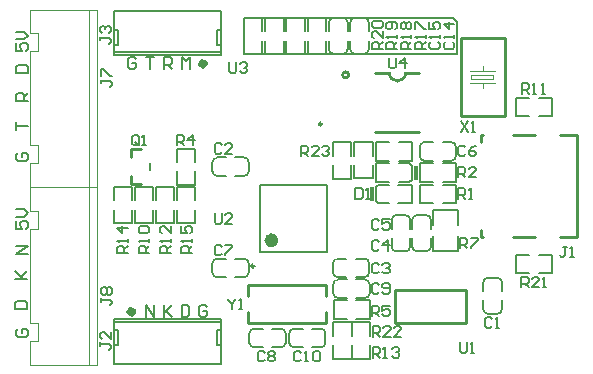
<source format=gto>
G04*
G04 #@! TF.GenerationSoftware,Altium Limited,Altium Designer,19.0.4 (130)*
G04*
G04 Layer_Color=65535*
%FSLAX25Y25*%
%MOIN*%
G70*
G01*
G75*
%ADD10C,0.02362*%
%ADD11C,0.00787*%
%ADD12C,0.00984*%
%ADD13C,0.01000*%
%ADD14C,0.00394*%
%ADD15C,0.00800*%
%ADD16C,0.00591*%
%ADD17R,0.01181X0.04724*%
D10*
X51935Y17520D02*
G03*
X51935Y17520I-557J0D01*
G01*
X75754Y100197D02*
G03*
X75754Y100197I-557J0D01*
G01*
X99244Y41307D02*
G03*
X99244Y41307I-1181J0D01*
G01*
D11*
X130799Y26701D02*
G03*
X129224Y28276I-1575J0D01*
G01*
X129224Y22055D02*
G03*
X130799Y23630I-0J1575D01*
G01*
X118713Y23630D02*
G03*
X120287Y22055I1575J0D01*
G01*
Y28276D02*
G03*
X118713Y26701I0J-1575D01*
G01*
X105563Y11854D02*
G03*
X103988Y10279I0J-1575D01*
G01*
Y7209D02*
G03*
X105563Y5634I1575J0D01*
G01*
X114500Y5634D02*
G03*
X116075Y7209I-0J1575D01*
G01*
X116075Y10279D02*
G03*
X114500Y11854I-1575J0D01*
G01*
X88933Y62748D02*
G03*
X90508Y64323I-0J1575D01*
G01*
Y67394D02*
G03*
X88933Y68968I-1575J0D01*
G01*
X79996Y68968D02*
G03*
X78421Y67394I0J-1575D01*
G01*
X78421Y64323D02*
G03*
X79996Y62748I1575J0D01*
G01*
X130665Y33661D02*
G03*
X129091Y35236I-1575J0D01*
G01*
X129091Y29016D02*
G03*
X130665Y30591I-0J1575D01*
G01*
X118579Y30591D02*
G03*
X120153Y29016I1575J-0D01*
G01*
Y35236D02*
G03*
X118579Y33661I0J-1575D01*
G01*
X151260Y48130D02*
G03*
X149685Y49705I-1575J-0D01*
G01*
X146614D02*
G03*
X145039Y48130I0J-1575D01*
G01*
X145039Y39193D02*
G03*
X146614Y37618I1575J0D01*
G01*
X149685Y37618D02*
G03*
X151260Y39193I0J1575D01*
G01*
X101248Y5634D02*
G03*
X102823Y7209I-0J1575D01*
G01*
Y10279D02*
G03*
X101248Y11854I-1575J0D01*
G01*
X92311Y11854D02*
G03*
X90736Y10279I0J-1575D01*
G01*
X90736Y7209D02*
G03*
X92311Y5634I1575J0D01*
G01*
X173346Y16791D02*
G03*
X174921Y18366I0J1575D01*
G01*
X168701Y18366D02*
G03*
X170276Y16791I1575J0D01*
G01*
X170276Y28878D02*
G03*
X168701Y27303I0J-1575D01*
G01*
X174921D02*
G03*
X173346Y28878I-1575J-0D01*
G01*
X130543Y113965D02*
G03*
X128969Y115539I-1575J-0D01*
G01*
X125898D02*
G03*
X124323Y113965I0J-1575D01*
G01*
X124323Y105027D02*
G03*
X125898Y103453I1575J0D01*
G01*
X128968Y103453D02*
G03*
X130543Y105027I0J1575D01*
G01*
X149067Y74055D02*
G03*
X147492Y72480I0J-1575D01*
G01*
Y69409D02*
G03*
X149067Y67835I1575J0D01*
G01*
X158004Y67835D02*
G03*
X159579Y69409I-0J1575D01*
G01*
X159579Y72480D02*
G03*
X158004Y74055I-1575J0D01*
G01*
X88933Y29016D02*
G03*
X90508Y30591I-0J1575D01*
G01*
Y33661D02*
G03*
X88933Y35236I-1575J0D01*
G01*
X79996Y35236D02*
G03*
X78421Y33661I0J-1575D01*
G01*
X78421Y30591D02*
G03*
X79996Y29016I1575J0D01*
G01*
X142756Y37618D02*
G03*
X144331Y39193I0J1575D01*
G01*
X138110Y39193D02*
G03*
X139685Y37618I1575J0D01*
G01*
X139685Y49705D02*
G03*
X138110Y48130I0J-1575D01*
G01*
X144331D02*
G03*
X142756Y49705I-1575J-0D01*
G01*
X123439Y113965D02*
G03*
X121864Y115539I-1575J-0D01*
G01*
X118793D02*
G03*
X117218Y113965I0J-1575D01*
G01*
X117218Y105027D02*
G03*
X118793Y103453I1575J0D01*
G01*
X121864Y103453D02*
G03*
X123439Y105027I0J1575D01*
G01*
X120287Y28276D02*
X123181D01*
X130799Y23630D02*
Y26701D01*
X118713Y23630D02*
Y26701D01*
X126331Y28276D02*
X129224D01*
X126331Y22055D02*
X129224D01*
X120287Y22055D02*
X123181D01*
X105563Y5634D02*
X108457D01*
X111606Y5634D02*
X114500D01*
X111606Y11854D02*
X114500D01*
X103988Y7209D02*
Y10279D01*
X116075Y7209D02*
Y10279D01*
X105563Y11854D02*
X108457D01*
X65735Y54599D02*
Y59067D01*
Y46980D02*
Y51449D01*
X59514Y54599D02*
Y59067D01*
Y46980D02*
X65735D01*
X59514Y59067D02*
X65735D01*
X59514Y46980D02*
Y51449D01*
X57488Y64693D02*
Y67055D01*
X86039Y68968D02*
X88933D01*
X79996Y68968D02*
X82890D01*
X79996Y62748D02*
X82890D01*
X90508Y64323D02*
Y67394D01*
X78421Y64323D02*
Y67394D01*
X86039Y62748D02*
X88933D01*
X116567Y37370D02*
Y59811D01*
X94126Y37370D02*
Y59811D01*
X116567D01*
X94126Y37370D02*
X116567D01*
X52497Y46980D02*
Y51449D01*
Y54598D02*
Y59067D01*
X58718Y46980D02*
Y51449D01*
X52497Y59067D02*
X58718D01*
X52497Y46980D02*
X58718D01*
Y54598D02*
Y59067D01*
X72752Y54599D02*
Y59067D01*
Y46980D02*
Y51449D01*
X66531Y54599D02*
Y59067D01*
Y46980D02*
X72752D01*
X66531Y59067D02*
X72752D01*
X66531Y46980D02*
Y51449D01*
X72716Y67449D02*
Y71917D01*
Y59831D02*
Y64299D01*
X66496Y67449D02*
Y71917D01*
Y59831D02*
X72716D01*
X66496Y71917D02*
X72716D01*
X66496Y59831D02*
Y64299D01*
X118433Y61916D02*
Y66384D01*
Y74002D02*
X124653D01*
X118433Y61916D02*
X124653D01*
X118433Y69534D02*
Y74002D01*
X124653Y61916D02*
Y66384D01*
Y69534D02*
Y74002D01*
X124858Y1854D02*
Y6323D01*
Y13941D02*
X131079D01*
X124858Y1854D02*
X131079D01*
X124858Y9472D02*
Y13941D01*
X131079Y1854D02*
Y6323D01*
Y9472D02*
Y13941D01*
X124921Y9472D02*
Y13941D01*
X118701Y1854D02*
X124921D01*
X118701Y13941D02*
X124921D01*
Y1854D02*
Y6323D01*
X118701Y9472D02*
Y13941D01*
Y1854D02*
Y6323D01*
X88819Y103484D02*
X160094D01*
Y114040D01*
X158563Y115571D02*
X160094Y114040D01*
X88819Y115571D02*
X152051D01*
X88819Y103484D02*
Y115571D01*
X150713D02*
X158563D01*
X120153Y35236D02*
X123047D01*
X130665Y30591D02*
Y33661D01*
X118579Y30591D02*
Y33661D01*
X126197Y35236D02*
X129091D01*
X126197Y29016D02*
X129091D01*
X120153Y29016D02*
X123047D01*
X145039Y45236D02*
Y48130D01*
X145039Y39193D02*
Y42087D01*
X151260Y39193D02*
Y42087D01*
X146614Y49705D02*
X149685D01*
X146614Y37618D02*
X149685D01*
X151260Y45236D02*
Y48130D01*
X132933Y66992D02*
X137402D01*
X140551D02*
X144095D01*
X132933Y60772D02*
X137402D01*
X144882Y61532D02*
Y66232D01*
X132933Y60772D02*
Y66992D01*
X140551Y60772D02*
X144095D01*
X144882Y61532D01*
X144095Y66992D02*
X144882Y66232D01*
X103009Y103453D02*
Y107921D01*
Y111071D02*
Y115539D01*
X109229Y103453D02*
Y107921D01*
X103009Y115539D02*
X109229D01*
X103009Y103453D02*
X109229D01*
Y111071D02*
Y115539D01*
X98354Y11854D02*
X101248D01*
X92311Y11854D02*
X95205D01*
X92311Y5634D02*
X95205D01*
X102823Y7209D02*
Y10279D01*
X90736Y7209D02*
Y10279D01*
X98354Y5634D02*
X101248D01*
X174921Y24409D02*
Y27303D01*
X170276Y16791D02*
X173346D01*
X170276Y28878D02*
X173346D01*
X174921Y18366D02*
Y21260D01*
X168701Y18366D02*
Y21260D01*
X168701Y24409D02*
Y27303D01*
X187236Y82693D02*
X191705D01*
X179618D02*
X184087D01*
X187236Y88913D02*
X191705D01*
X179618Y82693D02*
Y88913D01*
X191705Y82693D02*
Y88913D01*
X179618D02*
X184087D01*
X179618Y36575D02*
X184087D01*
X191705Y30354D02*
Y36575D01*
X179618Y30354D02*
Y36575D01*
X187236D02*
X191705D01*
X179618Y30354D02*
X184087D01*
X187236D02*
X191705D01*
X131882Y69587D02*
Y74055D01*
X125662Y61968D02*
X131882D01*
X125662Y74055D02*
X131882D01*
Y61968D02*
Y66437D01*
X125662Y69587D02*
Y74055D01*
Y61968D02*
Y66437D01*
X88799Y103453D02*
Y107921D01*
Y115539D02*
X95020D01*
X88799Y103453D02*
X95020D01*
X88799Y111071D02*
Y115539D01*
X95020Y103453D02*
Y107921D01*
Y111071D02*
Y115539D01*
X95904Y103453D02*
Y107921D01*
Y111071D02*
Y115539D01*
X102124Y103453D02*
Y107921D01*
X95904Y115539D02*
X102124D01*
X95904Y103453D02*
X102124D01*
Y111071D02*
Y115539D01*
X124323Y111071D02*
Y113965D01*
X124323Y105027D02*
Y107921D01*
X130543Y105027D02*
Y107921D01*
X125898Y115539D02*
X128968D01*
X125898Y103453D02*
X128968D01*
X130543Y111071D02*
Y113965D01*
X116334Y111071D02*
Y115539D01*
X110113Y103453D02*
X116334D01*
X110113Y115539D02*
X116334D01*
Y103453D02*
Y107921D01*
X110113Y111071D02*
Y115539D01*
Y103453D02*
Y107921D01*
X132902Y74055D02*
X137370D01*
X140520D02*
X144988D01*
X132902Y67835D02*
X137370D01*
X144988D02*
Y74055D01*
X132902Y67835D02*
Y74055D01*
X140520Y67835D02*
X144988D01*
X149067Y67835D02*
X151961D01*
X155110Y67835D02*
X158004D01*
X155110Y74055D02*
X158004D01*
X147492Y69409D02*
Y72480D01*
X159579Y69409D02*
Y72480D01*
X149067Y74055D02*
X151961D01*
X86039Y35236D02*
X88933D01*
X79996Y35236D02*
X82890D01*
X79996Y29016D02*
X82890D01*
X90508Y30591D02*
Y33661D01*
X78421Y30591D02*
Y33661D01*
X86039Y29016D02*
X88933D01*
X144331Y45236D02*
Y48130D01*
X139685Y37618D02*
X142756D01*
X139685Y49705D02*
X142756D01*
X144331Y39193D02*
Y42087D01*
X138110Y39193D02*
Y42087D01*
X138110Y45236D02*
Y48130D01*
X155142Y60736D02*
X159610D01*
X147524D02*
X151992D01*
X155142Y66957D02*
X159610D01*
X147524Y60736D02*
Y66957D01*
X159610Y60736D02*
Y66957D01*
X147524D02*
X151992D01*
X152028Y37598D02*
Y42795D01*
Y46339D02*
Y51535D01*
X160177Y46339D02*
Y51535D01*
Y37598D02*
Y42795D01*
X152028Y37598D02*
X160177D01*
X152028Y51535D02*
X160177D01*
X51701Y54599D02*
Y59067D01*
X45480Y46980D02*
X51701D01*
X45480Y59067D02*
X51701D01*
Y46980D02*
Y51449D01*
X45480Y54599D02*
Y59067D01*
Y46980D02*
Y51449D01*
X118799Y21315D02*
X123268D01*
X130886Y15094D02*
Y21315D01*
X118799Y15094D02*
Y21315D01*
X126417D02*
X130886D01*
X118799Y15094D02*
X123268D01*
X126417D02*
X130886D01*
X155142Y53677D02*
X159610D01*
X147524D02*
Y59898D01*
X159610Y53677D02*
Y59898D01*
X147524Y53677D02*
X151992D01*
X155142Y59898D02*
X159610D01*
X147524D02*
X151992D01*
X140370Y53677D02*
X144839D01*
X133677D02*
X137221D01*
X140370Y59898D02*
X144839D01*
X132890Y54437D02*
Y59138D01*
X144839Y53677D02*
Y59898D01*
X133677D02*
X137221D01*
X132890Y59138D02*
X133677Y59898D01*
X132890Y54437D02*
X133677Y53677D01*
X117218Y111071D02*
Y113965D01*
X117218Y105027D02*
Y107921D01*
X123439Y105027D02*
Y107921D01*
X118793Y115539D02*
X121864D01*
X118793Y103453D02*
X121864D01*
X123439Y111071D02*
Y113965D01*
D12*
X92354Y32744D02*
G03*
X92354Y32744I-492J0D01*
G01*
X114902Y80039D02*
G03*
X114902Y80039I-492J0D01*
G01*
D13*
X123827Y96464D02*
G03*
X123827Y96464I-1000J0D01*
G01*
X137384Y97106D02*
G03*
X142784Y97106I2700J0D01*
G01*
X139252Y24803D02*
X162874D01*
Y13780D02*
Y24803D01*
X139252Y13780D02*
X162874D01*
X139252D02*
Y24803D01*
X51386Y60126D02*
Y62725D01*
Y60126D02*
X54594D01*
X51386Y71622D02*
X54594D01*
X51386Y69024D02*
Y71622D01*
Y69024D02*
Y71622D01*
Y69024D02*
Y71622D01*
X168020Y42386D02*
Y44598D01*
Y76386D02*
X168548D01*
X168020Y74154D02*
Y76386D01*
X178636D02*
X185990D01*
X194109Y42386D02*
X200020D01*
Y76386D01*
X194109D02*
X200020D01*
X178636Y42386D02*
X185990D01*
X168020D02*
X168548D01*
X90248Y13780D02*
X116429Y13780D01*
Y17323D01*
X90248Y13780D02*
Y17323D01*
X116429Y22835D02*
Y26378D01*
X90248Y22835D02*
Y26378D01*
X116429Y26378D01*
X142784Y97106D02*
X147407Y97094D01*
X132683D02*
X137384Y97106D01*
X132650Y77409D02*
X147361D01*
X165823Y108909D02*
X171335D01*
X165823Y82728D02*
X171335D01*
X171335Y82729D02*
X175862D01*
Y108909D01*
X171335D02*
X175862D01*
X161295D02*
X165823D01*
X161295Y82729D02*
Y108909D01*
Y82729D02*
X165823D01*
D14*
X17575Y118205D02*
X40016D01*
X17575Y104425D02*
X20331D01*
X17575Y110331D02*
X20331D01*
Y104425D02*
Y110331D01*
X37260Y59181D02*
Y118205D01*
X40016Y59150D02*
Y118205D01*
X17575Y110331D02*
Y118205D01*
Y67024D02*
X20331D01*
Y72929D01*
X17575Y59150D02*
X40016D01*
X17575D02*
Y67024D01*
Y72929D02*
Y104425D01*
Y72929D02*
X20331D01*
X168579Y98119D02*
Y99519D01*
X164211Y97719D02*
X172479D01*
X172085Y94963D02*
Y96538D01*
X164605Y94963D02*
X172085D01*
X164605D02*
Y96538D01*
X172085D01*
X164211Y93782D02*
X172479D01*
X168542Y92207D02*
Y93388D01*
X17575Y13701D02*
X20331D01*
X17575D02*
Y45197D01*
Y-79D02*
Y7795D01*
Y-79D02*
X40016D01*
X20331Y7795D02*
Y13701D01*
X17575Y7795D02*
X20331D01*
X17575Y51102D02*
Y58976D01*
X40016Y-79D02*
Y58976D01*
X37260Y-47D02*
Y58976D01*
X20331Y45197D02*
Y51102D01*
X17575D02*
X20331D01*
X17575Y45197D02*
X20331D01*
X17575Y58976D02*
X40016D01*
D15*
X45732Y104055D02*
X81165D01*
X45732Y111555D02*
X47091D01*
Y106555D02*
Y111555D01*
X45732Y106555D02*
X47091D01*
X79807Y111555D02*
X81165D01*
X79807Y106555D02*
Y111555D01*
Y106555D02*
X81165D01*
X45732Y103150D02*
X81165D01*
X45732D02*
Y117913D01*
X81165D01*
Y103150D02*
Y117913D01*
X45732Y14055D02*
X81165D01*
X79807Y6555D02*
X81165D01*
X79807D02*
Y11555D01*
X81165D01*
X45732Y6555D02*
X47091D01*
Y11555D01*
X45732D02*
X47091D01*
X45732Y14961D02*
X81165D01*
Y197D02*
Y14961D01*
X45732Y197D02*
X81165D01*
X45732D02*
Y14961D01*
D16*
X13649Y70340D02*
X12993Y69684D01*
Y68372D01*
X13649Y67716D01*
X16273D01*
X16929Y68372D01*
Y69684D01*
X16273Y70340D01*
X14961D01*
Y69028D01*
X12993Y47703D02*
Y45079D01*
X14961D01*
X14305Y46391D01*
Y47047D01*
X14961Y47703D01*
X16273D01*
X16929Y47047D01*
Y45735D01*
X16273Y45079D01*
X12993Y49014D02*
X15617D01*
X16929Y50326D01*
X15617Y51638D01*
X12993D01*
X13649Y11679D02*
X12993Y11023D01*
Y9711D01*
X13649Y9055D01*
X16273D01*
X16929Y9711D01*
Y11023D01*
X16273Y11679D01*
X14961D01*
Y10367D01*
X12600Y18504D02*
X16535D01*
Y20472D01*
X15879Y21128D01*
X13256D01*
X12600Y20472D01*
Y18504D01*
Y28346D02*
X16535D01*
X15224D01*
X12600Y30970D01*
X14568Y29002D01*
X16535Y30970D01*
X16929Y36893D02*
X12993D01*
X16929Y39517D01*
X12993D01*
X12993Y97047D02*
X16929D01*
Y99015D01*
X16273Y99671D01*
X13649D01*
X12993Y99015D01*
Y97047D01*
X16929Y87795D02*
X12993D01*
Y89763D01*
X13649Y90419D01*
X14961D01*
X15617Y89763D01*
Y87795D01*
Y89107D02*
X16929Y90419D01*
X12993Y78150D02*
Y80773D01*
Y79461D01*
X16929D01*
X12993Y106955D02*
Y104331D01*
X14961D01*
X14305Y105643D01*
Y106299D01*
X14961Y106955D01*
X16273D01*
X16929Y106299D01*
Y104987D01*
X16273Y104331D01*
X12993Y108266D02*
X15617D01*
X16929Y109578D01*
X15617Y110890D01*
X12993D01*
X68307Y98425D02*
Y102361D01*
X69619Y101049D01*
X70931Y102361D01*
Y98425D01*
X56234Y102361D02*
X58857D01*
X57546D01*
Y98425D01*
X62270D02*
Y102361D01*
X64238D01*
X64894Y101705D01*
Y100393D01*
X64238Y99737D01*
X62270D01*
X63582D02*
X64894Y98425D01*
X52821Y101705D02*
X52165Y102361D01*
X50853D01*
X50197Y101705D01*
Y99081D01*
X50853Y98425D01*
X52165D01*
X52821Y99081D01*
Y100393D01*
X51509D01*
X76640Y19028D02*
X75984Y19684D01*
X74672D01*
X74016Y19028D01*
Y16404D01*
X74672Y15748D01*
X75984D01*
X76640Y16404D01*
Y17716D01*
X75328D01*
X68110Y19684D02*
Y15748D01*
X70078D01*
X70734Y16404D01*
Y19028D01*
X70078Y19684D01*
X68110D01*
X62205D02*
Y15748D01*
Y17060D01*
X64828Y19684D01*
X62861Y17716D01*
X64828Y15748D01*
X56299D02*
Y19684D01*
X58923Y15748D01*
Y19684D01*
X64475Y37095D02*
X60933D01*
Y38866D01*
X61523Y39456D01*
X62704D01*
X63294Y38866D01*
Y37095D01*
Y38275D02*
X64475Y39456D01*
Y40637D02*
Y41818D01*
Y41227D01*
X60933D01*
X61523Y40637D01*
X64475Y45950D02*
Y43589D01*
X62114Y45950D01*
X61523D01*
X60933Y45360D01*
Y44179D01*
X61523Y43589D01*
X57336Y37095D02*
X53794D01*
Y38866D01*
X54384Y39456D01*
X55565D01*
X56155Y38866D01*
Y37095D01*
Y38275D02*
X57336Y39456D01*
Y40637D02*
Y41818D01*
Y41227D01*
X53794D01*
X54384Y40637D01*
Y43589D02*
X53794Y44179D01*
Y45360D01*
X54384Y45950D01*
X56746D01*
X57336Y45360D01*
Y44179D01*
X56746Y43589D01*
X54384D01*
X107890Y69362D02*
Y72904D01*
X109661D01*
X110251Y72314D01*
Y71133D01*
X109661Y70543D01*
X107890D01*
X109071D02*
X110251Y69362D01*
X113793D02*
X111432D01*
X113793Y71724D01*
Y72314D01*
X113203Y72904D01*
X112022D01*
X111432Y72314D01*
X114974D02*
X115564Y72904D01*
X116745D01*
X117335Y72314D01*
Y71724D01*
X116745Y71133D01*
X116155D01*
X116745D01*
X117335Y70543D01*
Y69952D01*
X116745Y69362D01*
X115564D01*
X114974Y69952D01*
X131882Y9252D02*
Y12794D01*
X133653D01*
X134243Y12204D01*
Y11023D01*
X133653Y10433D01*
X131882D01*
X133063D02*
X134243Y9252D01*
X137786D02*
X135424D01*
X137786Y11613D01*
Y12204D01*
X137195Y12794D01*
X136014D01*
X135424Y12204D01*
X141328Y9252D02*
X138966D01*
X141328Y11613D01*
Y12204D01*
X140737Y12794D01*
X139557D01*
X138966Y12204D01*
X131882Y2165D02*
Y5708D01*
X133653D01*
X134243Y5117D01*
Y3936D01*
X133653Y3346D01*
X131882D01*
X133063D02*
X134243Y2165D01*
X135424D02*
X136605D01*
X136014D01*
Y5708D01*
X135424Y5117D01*
X138376D02*
X138966Y5708D01*
X140147D01*
X140737Y5117D01*
Y4527D01*
X140147Y3936D01*
X139557D01*
X140147D01*
X140737Y3346D01*
Y2756D01*
X140147Y2165D01*
X138966D01*
X138376Y2756D01*
X133897Y33245D02*
X133307Y33835D01*
X132126D01*
X131535Y33245D01*
Y30883D01*
X132126Y30293D01*
X133307D01*
X133897Y30883D01*
X135078Y33245D02*
X135668Y33835D01*
X136849D01*
X137439Y33245D01*
Y32655D01*
X136849Y32064D01*
X136258D01*
X136849D01*
X137439Y31474D01*
Y30883D01*
X136849Y30293D01*
X135668D01*
X135078Y30883D01*
X196470Y39215D02*
X195290D01*
X195880D01*
Y36264D01*
X195290Y35673D01*
X194699D01*
X194109Y36264D01*
X197651Y35673D02*
X198832D01*
X198241D01*
Y39215D01*
X197651Y38625D01*
X144728Y105110D02*
X141185D01*
Y106881D01*
X141776Y107472D01*
X142956D01*
X143547Y106881D01*
Y105110D01*
Y106291D02*
X144728Y107472D01*
Y108652D02*
Y109833D01*
Y109243D01*
X141185D01*
X141776Y108652D01*
Y111604D02*
X141185Y112195D01*
Y113375D01*
X141776Y113966D01*
X142366D01*
X142956Y113375D01*
X143547Y113966D01*
X144137D01*
X144728Y113375D01*
Y112195D01*
X144137Y111604D01*
X143547D01*
X142956Y112195D01*
X142366Y111604D01*
X141776D01*
X142956Y112195D02*
Y113375D01*
X133897Y40785D02*
X133307Y41375D01*
X132126D01*
X131535Y40785D01*
Y38424D01*
X132126Y37833D01*
X133307D01*
X133897Y38424D01*
X136849Y37833D02*
Y41375D01*
X135078Y39604D01*
X137439D01*
X162724Y72314D02*
X162133Y72904D01*
X160953D01*
X160362Y72314D01*
Y69952D01*
X160953Y69362D01*
X162133D01*
X162724Y69952D01*
X166266Y72904D02*
X165085Y72314D01*
X163904Y71133D01*
Y69952D01*
X164495Y69362D01*
X165675D01*
X166266Y69952D01*
Y70543D01*
X165675Y71133D01*
X163904D01*
X161295Y81101D02*
X163657Y77559D01*
Y81101D02*
X161295Y77559D01*
X164837D02*
X166018D01*
X165428D01*
Y81101D01*
X164837Y80511D01*
X137205Y102196D02*
Y99244D01*
X137795Y98654D01*
X138976D01*
X139566Y99244D01*
Y102196D01*
X142518Y98654D02*
Y102196D01*
X140747Y100425D01*
X143108D01*
X71614Y37095D02*
X68072D01*
Y38866D01*
X68662Y39456D01*
X69843D01*
X70433Y38866D01*
Y37095D01*
Y38275D02*
X71614Y39456D01*
Y40637D02*
Y41818D01*
Y41227D01*
X68072D01*
X68662Y40637D01*
X68072Y45950D02*
Y43589D01*
X69843D01*
X69253Y44769D01*
Y45360D01*
X69843Y45950D01*
X71024D01*
X71614Y45360D01*
Y44179D01*
X71024Y43589D01*
X66531Y72969D02*
Y76511D01*
X68303D01*
X68893Y75920D01*
Y74740D01*
X68303Y74149D01*
X66531D01*
X67712D02*
X68893Y72969D01*
X71845D02*
Y76511D01*
X70074Y74740D01*
X72435D01*
X53897Y73559D02*
Y75920D01*
X53307Y76511D01*
X52126D01*
X51535Y75920D01*
Y73559D01*
X52126Y72969D01*
X53307D01*
X52716Y74149D02*
X53897Y72969D01*
X53307D02*
X53897Y73559D01*
X55078Y72969D02*
X56258D01*
X55668D01*
Y76511D01*
X55078Y75920D01*
X84055Y100648D02*
Y97696D01*
X84645Y97106D01*
X85826D01*
X86417Y97696D01*
Y100648D01*
X87597Y100058D02*
X88188Y100648D01*
X89368D01*
X89959Y100058D01*
Y99467D01*
X89368Y98877D01*
X88778D01*
X89368D01*
X89959Y98287D01*
Y97696D01*
X89368Y97106D01*
X88188D01*
X87597Y97696D01*
X41340Y22047D02*
Y20866D01*
Y21456D01*
X44291D01*
X44882Y20866D01*
Y20275D01*
X44291Y19685D01*
X41930Y23227D02*
X41340Y23818D01*
Y24998D01*
X41930Y25589D01*
X42520D01*
X43111Y24998D01*
X43701Y25589D01*
X44291D01*
X44882Y24998D01*
Y23818D01*
X44291Y23227D01*
X43701D01*
X43111Y23818D01*
X42520Y23227D01*
X41930D01*
X43111Y23818D02*
Y24998D01*
X41340Y94881D02*
Y93700D01*
Y94291D01*
X44291D01*
X44882Y93700D01*
Y93110D01*
X44291Y92520D01*
X41340Y96062D02*
Y98423D01*
X41930D01*
X44291Y96062D01*
X44882D01*
X40946Y7283D02*
Y6102D01*
Y6692D01*
X43898D01*
X44488Y6102D01*
Y5512D01*
X43898Y4921D01*
X44488Y10825D02*
Y8463D01*
X42127Y10825D01*
X41536D01*
X40946Y10234D01*
Y9054D01*
X41536Y8463D01*
X81472Y73093D02*
X80881Y73684D01*
X79701D01*
X79110Y73093D01*
Y70732D01*
X79701Y70142D01*
X80881D01*
X81472Y70732D01*
X85014Y70142D02*
X82652D01*
X85014Y72503D01*
Y73093D01*
X84424Y73684D01*
X83243D01*
X82652Y73093D01*
X160953Y7282D02*
Y4330D01*
X161543Y3740D01*
X162724D01*
X163314Y4330D01*
Y7282D01*
X164495Y3740D02*
X165676D01*
X165085D01*
Y7282D01*
X164495Y6692D01*
X133897Y47871D02*
X133307Y48461D01*
X132126D01*
X131535Y47871D01*
Y45510D01*
X132126Y44919D01*
X133307D01*
X133897Y45510D01*
X137439Y48461D02*
X135078D01*
Y46690D01*
X136258Y47281D01*
X136849D01*
X137439Y46690D01*
Y45510D01*
X136849Y44919D01*
X135668D01*
X135078Y45510D01*
X81472Y39227D02*
X80881Y39818D01*
X79701D01*
X79110Y39227D01*
Y36866D01*
X79701Y36276D01*
X80881D01*
X81472Y36866D01*
X82652Y39818D02*
X85014D01*
Y39227D01*
X82652Y36866D01*
Y36276D01*
X95794Y3889D02*
X95204Y4479D01*
X94024D01*
X93433Y3889D01*
Y1527D01*
X94024Y937D01*
X95204D01*
X95794Y1527D01*
X96975Y3889D02*
X97566Y4479D01*
X98746D01*
X99337Y3889D01*
Y3298D01*
X98746Y2708D01*
X99337Y2118D01*
Y1527D01*
X98746Y937D01*
X97566D01*
X96975Y1527D01*
Y2118D01*
X97566Y2708D01*
X96975Y3298D01*
Y3889D01*
X97566Y2708D02*
X98746D01*
X133897Y26489D02*
X133307Y27079D01*
X132126D01*
X131535Y26489D01*
Y24128D01*
X132126Y23537D01*
X133307D01*
X133897Y24128D01*
X135078D02*
X135668Y23537D01*
X136849D01*
X137439Y24128D01*
Y26489D01*
X136849Y27079D01*
X135668D01*
X135078Y26489D01*
Y25899D01*
X135668Y25308D01*
X137439D01*
X107924Y3889D02*
X107334Y4479D01*
X106153D01*
X105563Y3889D01*
Y1527D01*
X106153Y937D01*
X107334D01*
X107924Y1527D01*
X109105Y937D02*
X110286D01*
X109696D01*
Y4479D01*
X109105Y3889D01*
X112057D02*
X112647Y4479D01*
X113828D01*
X114418Y3889D01*
Y1527D01*
X113828Y937D01*
X112647D01*
X112057Y1527D01*
Y3889D01*
X171653Y15157D02*
X171062Y15747D01*
X169882D01*
X169291Y15157D01*
Y12795D01*
X169882Y12205D01*
X171062D01*
X171653Y12795D01*
X172834Y12205D02*
X174014D01*
X173424D01*
Y15747D01*
X172834Y15157D01*
X126094Y58692D02*
Y55150D01*
X127866D01*
X128456Y55740D01*
Y58101D01*
X127866Y58692D01*
X126094D01*
X129637Y55150D02*
X130817D01*
X130227D01*
Y58692D01*
X129637Y58101D01*
X40946Y109251D02*
Y108071D01*
Y108661D01*
X43898D01*
X44488Y108071D01*
Y107480D01*
X43898Y106890D01*
X41536Y110432D02*
X40946Y111022D01*
Y112203D01*
X41536Y112793D01*
X42127D01*
X42717Y112203D01*
Y111613D01*
Y112203D01*
X43308Y112793D01*
X43898D01*
X44488Y112203D01*
Y111022D01*
X43898Y110432D01*
X160362Y55150D02*
Y58692D01*
X162133D01*
X162724Y58101D01*
Y56921D01*
X162133Y56330D01*
X160362D01*
X161543D02*
X162724Y55150D01*
X163904D02*
X165085D01*
X164495D01*
Y58692D01*
X163904Y58101D01*
X181417Y25630D02*
Y29172D01*
X183188D01*
X183779Y28582D01*
Y27401D01*
X183188Y26811D01*
X181417D01*
X182598D02*
X183779Y25630D01*
X187321D02*
X184959D01*
X187321Y27991D01*
Y28582D01*
X186731Y29172D01*
X185550D01*
X184959Y28582D01*
X188502Y25630D02*
X189682D01*
X189092D01*
Y29172D01*
X188502Y28582D01*
X50197Y37095D02*
X46655D01*
Y38866D01*
X47245Y39456D01*
X48426D01*
X49016Y38866D01*
Y37095D01*
Y38275D02*
X50197Y39456D01*
Y40637D02*
Y41818D01*
Y41227D01*
X46655D01*
X47245Y40637D01*
X50197Y45360D02*
X46655D01*
X48426Y43589D01*
Y45950D01*
X131535Y16041D02*
Y19583D01*
X133307D01*
X133897Y18993D01*
Y17812D01*
X133307Y17222D01*
X131535D01*
X132716D02*
X133897Y16041D01*
X137439Y19583D02*
X135078D01*
Y17812D01*
X136258Y18403D01*
X136849D01*
X137439Y17812D01*
Y16632D01*
X136849Y16041D01*
X135668D01*
X135078Y16632D01*
X160953Y38611D02*
Y42153D01*
X162724D01*
X163314Y41563D01*
Y40382D01*
X162724Y39792D01*
X160953D01*
X162134D02*
X163314Y38611D01*
X164495Y42153D02*
X166856D01*
Y41563D01*
X164495Y39201D01*
Y38611D01*
X79110Y50393D02*
Y47441D01*
X79701Y46850D01*
X80881D01*
X81472Y47441D01*
Y50393D01*
X85014Y46850D02*
X82652D01*
X85014Y49212D01*
Y49802D01*
X84424Y50393D01*
X83243D01*
X82652Y49802D01*
X83661Y21908D02*
Y21318D01*
X84842Y20137D01*
X86023Y21318D01*
Y21908D01*
X84842Y20137D02*
Y18366D01*
X87204D02*
X88384D01*
X87794D01*
Y21908D01*
X87204Y21318D01*
X181614Y90158D02*
Y93700D01*
X183385D01*
X183976Y93109D01*
Y91929D01*
X183385Y91338D01*
X181614D01*
X182795D02*
X183976Y90158D01*
X185156D02*
X186337D01*
X185747D01*
Y93700D01*
X185156Y93109D01*
X188108Y90158D02*
X189289D01*
X188698D01*
Y93700D01*
X188108Y93109D01*
X156072Y107472D02*
X155481Y106881D01*
Y105701D01*
X156072Y105110D01*
X158433D01*
X159024Y105701D01*
Y106881D01*
X158433Y107472D01*
X159024Y108652D02*
Y109833D01*
Y109243D01*
X155481D01*
X156072Y108652D01*
X159024Y113375D02*
X155481D01*
X157253Y111604D01*
Y113966D01*
X151306Y107472D02*
X150716Y106881D01*
Y105701D01*
X151306Y105110D01*
X153668D01*
X154258Y105701D01*
Y106881D01*
X153668Y107472D01*
X154258Y108652D02*
Y109833D01*
Y109243D01*
X150716D01*
X151306Y108652D01*
X150716Y113966D02*
Y111604D01*
X152487D01*
X151897Y112785D01*
Y113375D01*
X152487Y113966D01*
X153668D01*
X154258Y113375D01*
Y112195D01*
X153668Y111604D01*
X149493Y105110D02*
X145951D01*
Y106881D01*
X146541Y107472D01*
X147722D01*
X148312Y106881D01*
Y105110D01*
Y106291D02*
X149493Y107472D01*
Y108652D02*
Y109833D01*
Y109243D01*
X145951D01*
X146541Y108652D01*
X145951Y111604D02*
Y113966D01*
X146541D01*
X148902Y111604D01*
X149493D01*
X139962Y105110D02*
X136420D01*
Y106881D01*
X137010Y107472D01*
X138191D01*
X138781Y106881D01*
Y105110D01*
Y106291D02*
X139962Y107472D01*
Y108652D02*
Y109833D01*
Y109243D01*
X136420D01*
X137010Y108652D01*
X139372Y111604D02*
X139962Y112195D01*
Y113375D01*
X139372Y113966D01*
X137010D01*
X136420Y113375D01*
Y112195D01*
X137010Y111604D01*
X137601D01*
X138191Y112195D01*
Y113966D01*
X135197Y105110D02*
X131655D01*
Y106881D01*
X132245Y107472D01*
X133426D01*
X134016Y106881D01*
Y105110D01*
Y106291D02*
X135197Y107472D01*
Y111014D02*
Y108652D01*
X132835Y111014D01*
X132245D01*
X131655Y110424D01*
Y109243D01*
X132245Y108652D01*
Y112195D02*
X131655Y112785D01*
Y113966D01*
X132245Y114556D01*
X134607D01*
X135197Y113966D01*
Y112785D01*
X134607Y112195D01*
X132245D01*
X160362Y62256D02*
Y65798D01*
X162133D01*
X162724Y65208D01*
Y64027D01*
X162133Y63437D01*
X160362D01*
X161543D02*
X162724Y62256D01*
X166266D02*
X163904D01*
X166266Y64617D01*
Y65208D01*
X165675Y65798D01*
X164495D01*
X163904Y65208D01*
D17*
X146161Y63882D02*
D03*
X131610Y56787D02*
D03*
M02*

</source>
